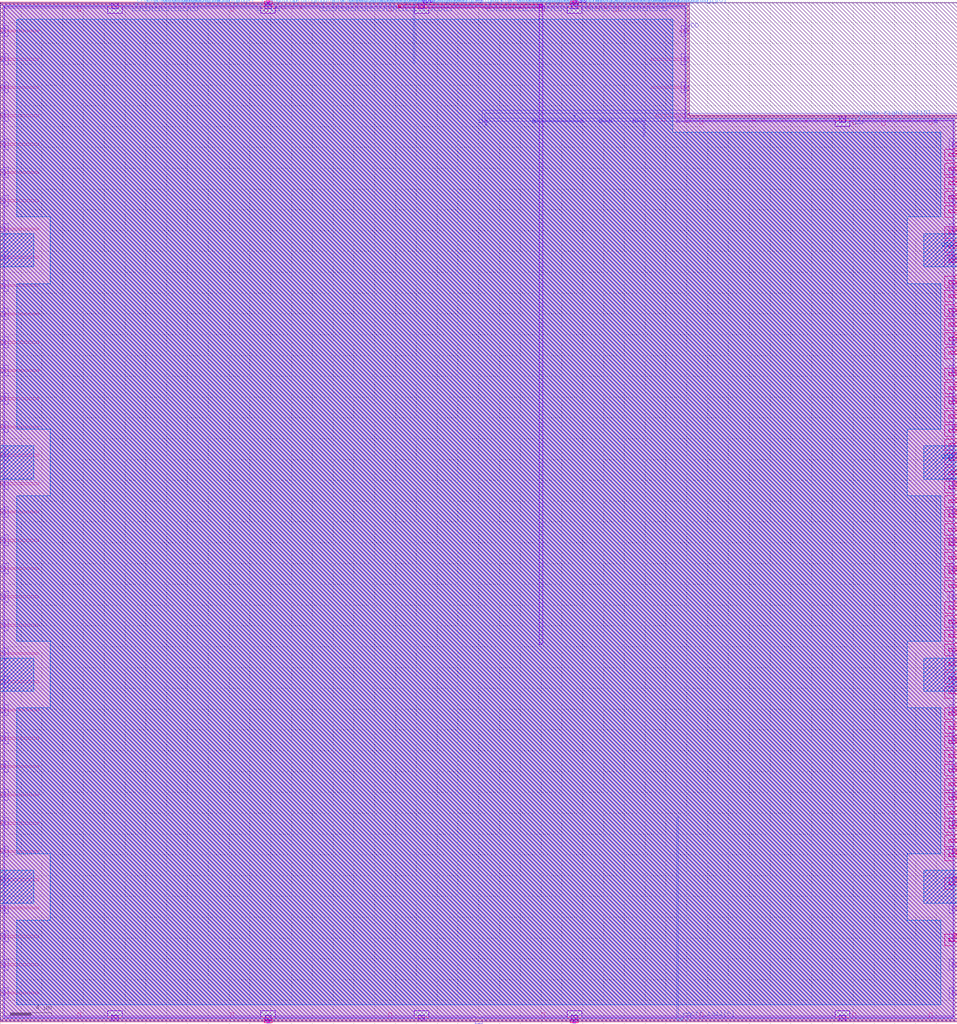
<source format=lef>
VERSION 5.7 ;
BUSBITCHARS "[]" ;

UNITS
  DATABASE MICRONS 1000 ;
END UNITS

MANUFACTURINGGRID 0.005 ;

LAYER li1
  TYPE ROUTING ;
  DIRECTION VERTICAL ;
  PITCH 0.46 ;
  WIDTH 0.17 ;
END li1

LAYER mcon
  TYPE CUT ;
END mcon

LAYER met1
  TYPE ROUTING ;
  DIRECTION HORIZONTAL ;
  PITCH 0.34 ;
  WIDTH 0.14 ;
END met1

LAYER via
  TYPE CUT ;
END via

LAYER met2
  TYPE ROUTING ;
  DIRECTION VERTICAL ;
  PITCH 0.46 ;
  WIDTH 0.14 ;
END met2

LAYER via2
  TYPE CUT ;
END via2

LAYER met3
  TYPE ROUTING ;
  DIRECTION HORIZONTAL ;
  PITCH 0.68 ;
  WIDTH 0.3 ;
END met3

LAYER via3
  TYPE CUT ;
END via3

LAYER met4
  TYPE ROUTING ;
  DIRECTION VERTICAL ;
  PITCH 0.92 ;
  WIDTH 0.3 ;
END met4

LAYER via4
  TYPE CUT ;
END via4

LAYER met5
  TYPE ROUTING ;
  DIRECTION HORIZONTAL ;
  PITCH 3.4 ;
  WIDTH 1.6 ;
END met5

LAYER nwell
  TYPE MASTERSLICE ;
END nwell

LAYER pwell
  TYPE MASTERSLICE ;
END pwell

LAYER OVERLAP
  TYPE OVERLAP ;
END OVERLAP

VIA L1M1_PR
  LAYER li1 ;
    RECT -0.085 -0.085 0.085 0.085 ;
  LAYER mcon ;
    RECT -0.085 -0.085 0.085 0.085 ;
  LAYER met1 ;
    RECT -0.145 -0.115 0.145 0.115 ;
END L1M1_PR

VIA L1M1_PR_R
  LAYER li1 ;
    RECT -0.085 -0.085 0.085 0.085 ;
  LAYER mcon ;
    RECT -0.085 -0.085 0.085 0.085 ;
  LAYER met1 ;
    RECT -0.115 -0.145 0.115 0.145 ;
END L1M1_PR_R

VIA L1M1_PR_M
  LAYER li1 ;
    RECT -0.085 -0.085 0.085 0.085 ;
  LAYER mcon ;
    RECT -0.085 -0.085 0.085 0.085 ;
  LAYER met1 ;
    RECT -0.115 -0.145 0.115 0.145 ;
END L1M1_PR_M

VIA L1M1_PR_MR
  LAYER li1 ;
    RECT -0.085 -0.085 0.085 0.085 ;
  LAYER mcon ;
    RECT -0.085 -0.085 0.085 0.085 ;
  LAYER met1 ;
    RECT -0.145 -0.115 0.145 0.115 ;
END L1M1_PR_MR

VIA L1M1_PR_C
  LAYER li1 ;
    RECT -0.085 -0.085 0.085 0.085 ;
  LAYER mcon ;
    RECT -0.085 -0.085 0.085 0.085 ;
  LAYER met1 ;
    RECT -0.145 -0.145 0.145 0.145 ;
END L1M1_PR_C

VIA M1M2_PR
  LAYER met1 ;
    RECT -0.16 -0.13 0.16 0.13 ;
  LAYER via ;
    RECT -0.075 -0.075 0.075 0.075 ;
  LAYER met2 ;
    RECT -0.13 -0.16 0.13 0.16 ;
END M1M2_PR

VIA M1M2_PR_Enc
  LAYER met1 ;
    RECT -0.16 -0.13 0.16 0.13 ;
  LAYER via ;
    RECT -0.075 -0.075 0.075 0.075 ;
  LAYER met2 ;
    RECT -0.16 -0.13 0.16 0.13 ;
END M1M2_PR_Enc

VIA M1M2_PR_R
  LAYER met1 ;
    RECT -0.13 -0.16 0.13 0.16 ;
  LAYER via ;
    RECT -0.075 -0.075 0.075 0.075 ;
  LAYER met2 ;
    RECT -0.16 -0.13 0.16 0.13 ;
END M1M2_PR_R

VIA M1M2_PR_R_Enc
  LAYER met1 ;
    RECT -0.13 -0.16 0.13 0.16 ;
  LAYER via ;
    RECT -0.075 -0.075 0.075 0.075 ;
  LAYER met2 ;
    RECT -0.13 -0.16 0.13 0.16 ;
END M1M2_PR_R_Enc

VIA M1M2_PR_M
  LAYER met1 ;
    RECT -0.16 -0.13 0.16 0.13 ;
  LAYER via ;
    RECT -0.075 -0.075 0.075 0.075 ;
  LAYER met2 ;
    RECT -0.16 -0.13 0.16 0.13 ;
END M1M2_PR_M

VIA M1M2_PR_M_Enc
  LAYER met1 ;
    RECT -0.16 -0.13 0.16 0.13 ;
  LAYER via ;
    RECT -0.075 -0.075 0.075 0.075 ;
  LAYER met2 ;
    RECT -0.13 -0.16 0.13 0.16 ;
END M1M2_PR_M_Enc

VIA M1M2_PR_MR
  LAYER met1 ;
    RECT -0.13 -0.16 0.13 0.16 ;
  LAYER via ;
    RECT -0.075 -0.075 0.075 0.075 ;
  LAYER met2 ;
    RECT -0.13 -0.16 0.13 0.16 ;
END M1M2_PR_MR

VIA M1M2_PR_MR_Enc
  LAYER met1 ;
    RECT -0.13 -0.16 0.13 0.16 ;
  LAYER via ;
    RECT -0.075 -0.075 0.075 0.075 ;
  LAYER met2 ;
    RECT -0.16 -0.13 0.16 0.13 ;
END M1M2_PR_MR_Enc

VIA M1M2_PR_C
  LAYER met1 ;
    RECT -0.16 -0.16 0.16 0.16 ;
  LAYER via ;
    RECT -0.075 -0.075 0.075 0.075 ;
  LAYER met2 ;
    RECT -0.16 -0.16 0.16 0.16 ;
END M1M2_PR_C

VIA M2M3_PR
  LAYER met2 ;
    RECT -0.14 -0.185 0.14 0.185 ;
  LAYER via2 ;
    RECT -0.1 -0.1 0.1 0.1 ;
  LAYER met3 ;
    RECT -0.165 -0.165 0.165 0.165 ;
END M2M3_PR

VIA M2M3_PR_R
  LAYER met2 ;
    RECT -0.185 -0.14 0.185 0.14 ;
  LAYER via2 ;
    RECT -0.1 -0.1 0.1 0.1 ;
  LAYER met3 ;
    RECT -0.165 -0.165 0.165 0.165 ;
END M2M3_PR_R

VIA M2M3_PR_M
  LAYER met2 ;
    RECT -0.14 -0.185 0.14 0.185 ;
  LAYER via2 ;
    RECT -0.1 -0.1 0.1 0.1 ;
  LAYER met3 ;
    RECT -0.165 -0.165 0.165 0.165 ;
END M2M3_PR_M

VIA M2M3_PR_MR
  LAYER met2 ;
    RECT -0.185 -0.14 0.185 0.14 ;
  LAYER via2 ;
    RECT -0.1 -0.1 0.1 0.1 ;
  LAYER met3 ;
    RECT -0.165 -0.165 0.165 0.165 ;
END M2M3_PR_MR

VIA M2M3_PR_C
  LAYER met2 ;
    RECT -0.185 -0.185 0.185 0.185 ;
  LAYER via2 ;
    RECT -0.1 -0.1 0.1 0.1 ;
  LAYER met3 ;
    RECT -0.165 -0.165 0.165 0.165 ;
END M2M3_PR_C

VIA M3M4_PR
  LAYER met3 ;
    RECT -0.19 -0.16 0.19 0.16 ;
  LAYER via3 ;
    RECT -0.1 -0.1 0.1 0.1 ;
  LAYER met4 ;
    RECT -0.165 -0.165 0.165 0.165 ;
END M3M4_PR

VIA M3M4_PR_R
  LAYER met3 ;
    RECT -0.16 -0.19 0.16 0.19 ;
  LAYER via3 ;
    RECT -0.1 -0.1 0.1 0.1 ;
  LAYER met4 ;
    RECT -0.165 -0.165 0.165 0.165 ;
END M3M4_PR_R

VIA M3M4_PR_M
  LAYER met3 ;
    RECT -0.19 -0.16 0.19 0.16 ;
  LAYER via3 ;
    RECT -0.1 -0.1 0.1 0.1 ;
  LAYER met4 ;
    RECT -0.165 -0.165 0.165 0.165 ;
END M3M4_PR_M

VIA M3M4_PR_MR
  LAYER met3 ;
    RECT -0.16 -0.19 0.16 0.19 ;
  LAYER via3 ;
    RECT -0.1 -0.1 0.1 0.1 ;
  LAYER met4 ;
    RECT -0.165 -0.165 0.165 0.165 ;
END M3M4_PR_MR

VIA M3M4_PR_C
  LAYER met3 ;
    RECT -0.19 -0.19 0.19 0.19 ;
  LAYER via3 ;
    RECT -0.1 -0.1 0.1 0.1 ;
  LAYER met4 ;
    RECT -0.165 -0.165 0.165 0.165 ;
END M3M4_PR_C

VIA M4M5_PR
  LAYER met4 ;
    RECT -0.59 -0.59 0.59 0.59 ;
  LAYER via4 ;
    RECT -0.4 -0.4 0.4 0.4 ;
  LAYER met5 ;
    RECT -0.71 -0.71 0.71 0.71 ;
END M4M5_PR

VIA M4M5_PR_R
  LAYER met4 ;
    RECT -0.59 -0.59 0.59 0.59 ;
  LAYER via4 ;
    RECT -0.4 -0.4 0.4 0.4 ;
  LAYER met5 ;
    RECT -0.71 -0.71 0.71 0.71 ;
END M4M5_PR_R

VIA M4M5_PR_M
  LAYER met4 ;
    RECT -0.59 -0.59 0.59 0.59 ;
  LAYER via4 ;
    RECT -0.4 -0.4 0.4 0.4 ;
  LAYER met5 ;
    RECT -0.71 -0.71 0.71 0.71 ;
END M4M5_PR_M

VIA M4M5_PR_MR
  LAYER met4 ;
    RECT -0.59 -0.59 0.59 0.59 ;
  LAYER via4 ;
    RECT -0.4 -0.4 0.4 0.4 ;
  LAYER met5 ;
    RECT -0.71 -0.71 0.71 0.71 ;
END M4M5_PR_MR

VIA M4M5_PR_C
  LAYER met4 ;
    RECT -0.59 -0.59 0.59 0.59 ;
  LAYER via4 ;
    RECT -0.4 -0.4 0.4 0.4 ;
  LAYER met5 ;
    RECT -0.71 -0.71 0.71 0.71 ;
END M4M5_PR_C

SITE unit
  CLASS CORE ;
  SYMMETRY Y ;
  SIZE 0.46 BY 2.72 ;
END unit

SITE unithddbl
  CLASS CORE ;
  SIZE 0.46 BY 5.44 ;
END unithddbl

MACRO sb_0__0_
  CLASS BLOCK ;
  ORIGIN 0 0 ;
  SIZE 92 BY 97.92 ;
  SYMMETRY X Y ;
  PIN chany_top_in[0]
    DIRECTION INPUT ;
    USE SIGNAL ;
    PORT
      LAYER met2 ;
        RECT 48 97.435 48.14 97.92 ;
    END
  END chany_top_in[0]
  PIN chany_top_in[1]
    DIRECTION INPUT ;
    USE SIGNAL ;
    PORT
      LAYER met2 ;
        RECT 54.44 97.435 54.58 97.92 ;
    END
  END chany_top_in[1]
  PIN chany_top_in[2]
    DIRECTION INPUT ;
    USE SIGNAL ;
    PORT
      LAYER met2 ;
        RECT 47.08 97.435 47.22 97.92 ;
    END
  END chany_top_in[2]
  PIN chany_top_in[3]
    DIRECTION INPUT ;
    USE SIGNAL ;
    PORT
      LAYER met2 ;
        RECT 60.88 97.435 61.02 97.92 ;
    END
  END chany_top_in[3]
  PIN chany_top_in[4]
    DIRECTION INPUT ;
    USE SIGNAL ;
    PORT
      LAYER met2 ;
        RECT 50.76 97.435 50.9 97.92 ;
    END
  END chany_top_in[4]
  PIN chany_top_in[5]
    DIRECTION INPUT ;
    USE SIGNAL ;
    PORT
      LAYER met2 ;
        RECT 42.02 97.435 42.16 97.92 ;
    END
  END chany_top_in[5]
  PIN chany_top_in[6]
    DIRECTION INPUT ;
    USE SIGNAL ;
    PORT
      LAYER met2 ;
        RECT 31.9 97.435 32.04 97.92 ;
    END
  END chany_top_in[6]
  PIN chany_top_in[7]
    DIRECTION INPUT ;
    USE SIGNAL ;
    PORT
      LAYER met2 ;
        RECT 42.94 97.435 43.08 97.92 ;
    END
  END chany_top_in[7]
  PIN chany_top_in[8]
    DIRECTION INPUT ;
    USE SIGNAL ;
    PORT
      LAYER met2 ;
        RECT 13.04 97.435 13.18 97.92 ;
    END
  END chany_top_in[8]
  PIN chany_top_in[9]
    DIRECTION INPUT ;
    USE SIGNAL ;
    PORT
      LAYER met2 ;
        RECT 18.56 97.435 18.7 97.92 ;
    END
  END chany_top_in[9]
  PIN chany_top_in[10]
    DIRECTION INPUT ;
    USE SIGNAL ;
    PORT
      LAYER met2 ;
        RECT 49.84 97.435 49.98 97.92 ;
    END
  END chany_top_in[10]
  PIN chany_top_in[11]
    DIRECTION INPUT ;
    USE SIGNAL ;
    PORT
      LAYER met2 ;
        RECT 52.6 97.435 52.74 97.92 ;
    END
  END chany_top_in[11]
  PIN chany_top_in[12]
    DIRECTION INPUT ;
    USE SIGNAL ;
    PORT
      LAYER met2 ;
        RECT 59.04 97.435 59.18 97.92 ;
    END
  END chany_top_in[12]
  PIN chany_top_in[13]
    DIRECTION INPUT ;
    USE SIGNAL ;
    PORT
      LAYER met2 ;
        RECT 41.1 97.435 41.24 97.92 ;
    END
  END chany_top_in[13]
  PIN chany_top_in[14]
    DIRECTION INPUT ;
    USE SIGNAL ;
    PORT
      LAYER met2 ;
        RECT 32.82 97.435 32.96 97.92 ;
    END
  END chany_top_in[14]
  PIN chany_top_in[15]
    DIRECTION INPUT ;
    USE SIGNAL ;
    PORT
      LAYER met2 ;
        RECT 17.64 97.435 17.78 97.92 ;
    END
  END chany_top_in[15]
  PIN chany_top_in[16]
    DIRECTION INPUT ;
    USE SIGNAL ;
    PORT
      LAYER met2 ;
        RECT 25 97.435 25.14 97.92 ;
    END
  END chany_top_in[16]
  PIN chany_top_in[17]
    DIRECTION INPUT ;
    USE SIGNAL ;
    PORT
      LAYER met2 ;
        RECT 30.98 97.435 31.12 97.92 ;
    END
  END chany_top_in[17]
  PIN chany_top_in[18]
    DIRECTION INPUT ;
    USE SIGNAL ;
    PORT
      LAYER met2 ;
        RECT 63.64 97.435 63.78 97.92 ;
    END
  END chany_top_in[18]
  PIN chany_top_in[19]
    DIRECTION INPUT ;
    USE SIGNAL ;
    PORT
      LAYER met2 ;
        RECT 48.92 97.435 49.06 97.92 ;
    END
  END chany_top_in[19]
  PIN top_left_grid_pin_1_[0]
    DIRECTION INPUT ;
    USE SIGNAL ;
    PORT
      LAYER met2 ;
        RECT 26.38 97.435 26.52 97.92 ;
    END
  END top_left_grid_pin_1_[0]
  PIN chanx_right_in[0]
    DIRECTION INPUT ;
    USE SIGNAL ;
    PORT
      LAYER met3 ;
        RECT 91.2 66.83 92 67.13 ;
    END
  END chanx_right_in[0]
  PIN chanx_right_in[1]
    DIRECTION INPUT ;
    USE SIGNAL ;
    PORT
      LAYER met3 ;
        RECT 91.2 77.71 92 78.01 ;
    END
  END chanx_right_in[1]
  PIN chanx_right_in[2]
    DIRECTION INPUT ;
    USE SIGNAL ;
    PORT
      LAYER met3 ;
        RECT 91.2 75.67 92 75.97 ;
    END
  END chanx_right_in[2]
  PIN chanx_right_in[3]
    DIRECTION INPUT ;
    USE SIGNAL ;
    PORT
      LAYER met3 ;
        RECT 91.2 59.35 92 59.65 ;
    END
  END chanx_right_in[3]
  PIN chanx_right_in[4]
    DIRECTION INPUT ;
    USE SIGNAL ;
    PORT
      LAYER met3 ;
        RECT 91.2 57.99 92 58.29 ;
    END
  END chanx_right_in[4]
  PIN chanx_right_in[5]
    DIRECTION INPUT ;
    USE SIGNAL ;
    PORT
      LAYER met3 ;
        RECT 91.2 79.07 92 79.37 ;
    END
  END chanx_right_in[5]
  PIN chanx_right_in[6]
    DIRECTION INPUT ;
    USE SIGNAL ;
    PORT
      LAYER met3 ;
        RECT 91.2 48.47 92 48.77 ;
    END
  END chanx_right_in[6]
  PIN chanx_right_in[7]
    DIRECTION INPUT ;
    USE SIGNAL ;
    PORT
      LAYER met3 ;
        RECT 91.2 60.71 92 61.01 ;
    END
  END chanx_right_in[7]
  PIN chanx_right_in[8]
    DIRECTION INPUT ;
    USE SIGNAL ;
    PORT
      LAYER met3 ;
        RECT 91.2 25.35 92 25.65 ;
    END
  END chanx_right_in[8]
  PIN chanx_right_in[9]
    DIRECTION INPUT ;
    USE SIGNAL ;
    PORT
      LAYER met3 ;
        RECT 91.2 22.63 92 22.93 ;
    END
  END chanx_right_in[9]
  PIN chanx_right_in[10]
    DIRECTION INPUT ;
    USE SIGNAL ;
    PORT
      LAYER met3 ;
        RECT 91.2 43.03 92 43.33 ;
    END
  END chanx_right_in[10]
  PIN chanx_right_in[11]
    DIRECTION INPUT ;
    USE SIGNAL ;
    PORT
      LAYER met3 ;
        RECT 91.2 39.63 92 39.93 ;
    END
  END chanx_right_in[11]
  PIN chanx_right_in[12]
    DIRECTION INPUT ;
    USE SIGNAL ;
    PORT
      LAYER met3 ;
        RECT 91.2 29.43 92 29.73 ;
    END
  END chanx_right_in[12]
  PIN chanx_right_in[13]
    DIRECTION INPUT ;
    USE SIGNAL ;
    PORT
      LAYER met3 ;
        RECT 91.2 44.39 92 44.69 ;
    END
  END chanx_right_in[13]
  PIN chanx_right_in[14]
    DIRECTION INPUT ;
    USE SIGNAL ;
    PORT
      LAYER met3 ;
        RECT 91.2 26.71 92 27.01 ;
    END
  END chanx_right_in[14]
  PIN chanx_right_in[15]
    DIRECTION INPUT ;
    USE SIGNAL ;
    PORT
      LAYER met3 ;
        RECT 91.2 49.83 92 50.13 ;
    END
  END chanx_right_in[15]
  PIN chanx_right_in[16]
    DIRECTION INPUT ;
    USE SIGNAL ;
    PORT
      LAYER met3 ;
        RECT 91.2 28.07 92 28.37 ;
    END
  END chanx_right_in[16]
  PIN chanx_right_in[17]
    DIRECTION INPUT ;
    USE SIGNAL ;
    PORT
      LAYER met3 ;
        RECT 91.2 13.11 92 13.41 ;
    END
  END chanx_right_in[17]
  PIN chanx_right_in[18]
    DIRECTION INPUT ;
    USE SIGNAL ;
    PORT
      LAYER met3 ;
        RECT 91.2 41.67 92 41.97 ;
    END
  END chanx_right_in[18]
  PIN chanx_right_in[19]
    DIRECTION INPUT ;
    USE SIGNAL ;
    PORT
      LAYER met2 ;
        RECT 82.5 86.555 82.64 87.04 ;
    END
  END chanx_right_in[19]
  PIN right_bottom_grid_pin_1_[0]
    DIRECTION INPUT ;
    USE SIGNAL ;
    PORT
      LAYER met3 ;
        RECT 91.2 53.91 92 54.21 ;
    END
  END right_bottom_grid_pin_1_[0]
  PIN right_bottom_grid_pin_3_[0]
    DIRECTION INPUT ;
    USE SIGNAL ;
    PORT
      LAYER met3 ;
        RECT 91.2 72.95 92 73.25 ;
    END
  END right_bottom_grid_pin_3_[0]
  PIN right_bottom_grid_pin_5_[0]
    DIRECTION INPUT ;
    USE SIGNAL ;
    PORT
      LAYER met3 ;
        RECT 91.2 70.91 92 71.21 ;
    END
  END right_bottom_grid_pin_5_[0]
  PIN right_bottom_grid_pin_7_[0]
    DIRECTION INPUT ;
    USE SIGNAL ;
    PORT
      LAYER met3 ;
        RECT 91.2 32.83 92 33.13 ;
    END
  END right_bottom_grid_pin_7_[0]
  PIN right_bottom_grid_pin_9_[0]
    DIRECTION INPUT ;
    USE SIGNAL ;
    PORT
      LAYER met3 ;
        RECT 91.2 18.55 92 18.85 ;
    END
  END right_bottom_grid_pin_9_[0]
  PIN right_bottom_grid_pin_11_[0]
    DIRECTION INPUT ;
    USE SIGNAL ;
    PORT
      LAYER met3 ;
        RECT 91.2 56.63 92 56.93 ;
    END
  END right_bottom_grid_pin_11_[0]
  PIN right_bottom_grid_pin_13_[0]
    DIRECTION INPUT ;
    USE SIGNAL ;
    PORT
      LAYER met3 ;
        RECT 91.2 19.91 92 20.21 ;
    END
  END right_bottom_grid_pin_13_[0]
  PIN right_bottom_grid_pin_15_[0]
    DIRECTION INPUT ;
    USE SIGNAL ;
    PORT
      LAYER met3 ;
        RECT 91.2 17.19 92 17.49 ;
    END
  END right_bottom_grid_pin_15_[0]
  PIN right_bottom_grid_pin_17_[0]
    DIRECTION INPUT ;
    USE SIGNAL ;
    PORT
      LAYER met3 ;
        RECT 91.2 21.27 92 21.57 ;
    END
  END right_bottom_grid_pin_17_[0]
  PIN ccff_head[0]
    DIRECTION INPUT ;
    USE SIGNAL ;
    PORT
      LAYER met3 ;
        RECT 91.2 51.19 92 51.49 ;
    END
  END ccff_head[0]
  PIN chany_top_out[0]
    DIRECTION OUTPUT ;
    USE SIGNAL ;
    PORT
      LAYER met2 ;
        RECT 62.72 97.435 62.86 97.92 ;
    END
  END chany_top_out[0]
  PIN chany_top_out[1]
    DIRECTION OUTPUT ;
    USE SIGNAL ;
    PORT
      LAYER met2 ;
        RECT 40.18 97.435 40.32 97.92 ;
    END
  END chany_top_out[1]
  PIN chany_top_out[2]
    DIRECTION OUTPUT ;
    USE SIGNAL ;
    PORT
      LAYER met2 ;
        RECT 51.68 97.435 51.82 97.92 ;
    END
  END chany_top_out[2]
  PIN chany_top_out[3]
    DIRECTION OUTPUT ;
    USE SIGNAL ;
    PORT
      LAYER met2 ;
        RECT 56.28 97.435 56.42 97.92 ;
    END
  END chany_top_out[3]
  PIN chany_top_out[4]
    DIRECTION OUTPUT ;
    USE SIGNAL ;
    PORT
      LAYER met2 ;
        RECT 53.52 97.435 53.66 97.92 ;
    END
  END chany_top_out[4]
  PIN chany_top_out[5]
    DIRECTION OUTPUT ;
    USE SIGNAL ;
    PORT
      LAYER met2 ;
        RECT 34.66 97.435 34.8 97.92 ;
    END
  END chany_top_out[5]
  PIN chany_top_out[6]
    DIRECTION OUTPUT ;
    USE SIGNAL ;
    PORT
      LAYER met2 ;
        RECT 13.96 97.435 14.1 97.92 ;
    END
  END chany_top_out[6]
  PIN chany_top_out[7]
    DIRECTION OUTPUT ;
    USE SIGNAL ;
    PORT
      LAYER met2 ;
        RECT 16.72 97.435 16.86 97.92 ;
    END
  END chany_top_out[7]
  PIN chany_top_out[8]
    DIRECTION OUTPUT ;
    USE SIGNAL ;
    PORT
      LAYER met2 ;
        RECT 39.26 97.435 39.4 97.92 ;
    END
  END chany_top_out[8]
  PIN chany_top_out[9]
    DIRECTION OUTPUT ;
    USE SIGNAL ;
    PORT
      LAYER met2 ;
        RECT 35.58 97.435 35.72 97.92 ;
    END
  END chany_top_out[9]
  PIN chany_top_out[10]
    DIRECTION OUTPUT ;
    USE SIGNAL ;
    PORT
      LAYER met2 ;
        RECT 61.8 97.435 61.94 97.92 ;
    END
  END chany_top_out[10]
  PIN chany_top_out[11]
    DIRECTION OUTPUT ;
    USE SIGNAL ;
    PORT
      LAYER met2 ;
        RECT 58.12 97.435 58.26 97.92 ;
    END
  END chany_top_out[11]
  PIN chany_top_out[12]
    DIRECTION OUTPUT ;
    USE SIGNAL ;
    PORT
      LAYER met2 ;
        RECT 33.74 97.435 33.88 97.92 ;
    END
  END chany_top_out[12]
  PIN chany_top_out[13]
    DIRECTION OUTPUT ;
    USE SIGNAL ;
    PORT
      LAYER met2 ;
        RECT 38.34 97.435 38.48 97.92 ;
    END
  END chany_top_out[13]
  PIN chany_top_out[14]
    DIRECTION OUTPUT ;
    USE SIGNAL ;
    PORT
      LAYER met2 ;
        RECT 14.88 97.435 15.02 97.92 ;
    END
  END chany_top_out[14]
  PIN chany_top_out[15]
    DIRECTION OUTPUT ;
    USE SIGNAL ;
    PORT
      LAYER met2 ;
        RECT 36.5 97.435 36.64 97.92 ;
    END
  END chany_top_out[15]
  PIN chany_top_out[16]
    DIRECTION OUTPUT ;
    USE SIGNAL ;
    PORT
      LAYER met2 ;
        RECT 59.96 97.435 60.1 97.92 ;
    END
  END chany_top_out[16]
  PIN chany_top_out[17]
    DIRECTION OUTPUT ;
    USE SIGNAL ;
    PORT
      LAYER met2 ;
        RECT 15.8 97.435 15.94 97.92 ;
    END
  END chany_top_out[17]
  PIN chany_top_out[18]
    DIRECTION OUTPUT ;
    USE SIGNAL ;
    PORT
      LAYER met2 ;
        RECT 37.42 97.435 37.56 97.92 ;
    END
  END chany_top_out[18]
  PIN chany_top_out[19]
    DIRECTION OUTPUT ;
    USE SIGNAL ;
    PORT
      LAYER met2 ;
        RECT 57.2 97.435 57.34 97.92 ;
    END
  END chany_top_out[19]
  PIN chanx_right_out[0]
    DIRECTION OUTPUT ;
    USE SIGNAL ;
    PORT
      LAYER met3 ;
        RECT 91.2 69.55 92 69.85 ;
    END
  END chanx_right_out[0]
  PIN chanx_right_out[1]
    DIRECTION OUTPUT ;
    USE SIGNAL ;
    PORT
      LAYER met3 ;
        RECT 91.2 52.55 92 52.85 ;
    END
  END chanx_right_out[1]
  PIN chanx_right_out[2]
    DIRECTION OUTPUT ;
    USE SIGNAL ;
    PORT
      LAYER met3 ;
        RECT 91.2 47.11 92 47.41 ;
    END
  END chanx_right_out[2]
  PIN chanx_right_out[3]
    DIRECTION OUTPUT ;
    USE SIGNAL ;
    PORT
      LAYER met3 ;
        RECT 91.2 65.47 92 65.77 ;
    END
  END chanx_right_out[3]
  PIN chanx_right_out[4]
    DIRECTION OUTPUT ;
    USE SIGNAL ;
    PORT
      LAYER met3 ;
        RECT 91.2 36.91 92 37.21 ;
    END
  END chanx_right_out[4]
  PIN chanx_right_out[5]
    DIRECTION OUTPUT ;
    USE SIGNAL ;
    PORT
      LAYER met3 ;
        RECT 91.2 15.83 92 16.13 ;
    END
  END chanx_right_out[5]
  PIN chanx_right_out[6]
    DIRECTION OUTPUT ;
    USE SIGNAL ;
    PORT
      LAYER met3 ;
        RECT 91.2 68.19 92 68.49 ;
    END
  END chanx_right_out[6]
  PIN chanx_right_out[7]
    DIRECTION OUTPUT ;
    USE SIGNAL ;
    PORT
      LAYER met3 ;
        RECT 91.2 62.07 92 62.37 ;
    END
  END chanx_right_out[7]
  PIN chanx_right_out[8]
    DIRECTION OUTPUT ;
    USE SIGNAL ;
    PORT
      LAYER met3 ;
        RECT 91.2 55.27 92 55.57 ;
    END
  END chanx_right_out[8]
  PIN chanx_right_out[9]
    DIRECTION OUTPUT ;
    USE SIGNAL ;
    PORT
      LAYER met3 ;
        RECT 91.2 74.31 92 74.61 ;
    END
  END chanx_right_out[9]
  PIN chanx_right_out[10]
    DIRECTION OUTPUT ;
    USE SIGNAL ;
    PORT
      LAYER met3 ;
        RECT 91.2 31.47 92 31.77 ;
    END
  END chanx_right_out[10]
  PIN chanx_right_out[11]
    DIRECTION OUTPUT ;
    USE SIGNAL ;
    PORT
      LAYER met3 ;
        RECT 91.2 23.99 92 24.29 ;
    END
  END chanx_right_out[11]
  PIN chanx_right_out[12]
    DIRECTION OUTPUT ;
    USE SIGNAL ;
    PORT
      LAYER met3 ;
        RECT 91.2 64.11 92 64.41 ;
    END
  END chanx_right_out[12]
  PIN chanx_right_out[13]
    DIRECTION OUTPUT ;
    USE SIGNAL ;
    PORT
      LAYER met3 ;
        RECT 91.2 81.79 92 82.09 ;
    END
  END chanx_right_out[13]
  PIN chanx_right_out[14]
    DIRECTION OUTPUT ;
    USE SIGNAL ;
    PORT
      LAYER met3 ;
        RECT 91.2 80.43 92 80.73 ;
    END
  END chanx_right_out[14]
  PIN chanx_right_out[15]
    DIRECTION OUTPUT ;
    USE SIGNAL ;
    PORT
      LAYER met3 ;
        RECT 91.2 83.15 92 83.45 ;
    END
  END chanx_right_out[15]
  PIN chanx_right_out[16]
    DIRECTION OUTPUT ;
    USE SIGNAL ;
    PORT
      LAYER met3 ;
        RECT 91.2 35.55 92 35.85 ;
    END
  END chanx_right_out[16]
  PIN chanx_right_out[17]
    DIRECTION OUTPUT ;
    USE SIGNAL ;
    PORT
      LAYER met3 ;
        RECT 91.2 45.75 92 46.05 ;
    END
  END chanx_right_out[17]
  PIN chanx_right_out[18]
    DIRECTION OUTPUT ;
    USE SIGNAL ;
    PORT
      LAYER met3 ;
        RECT 91.2 38.27 92 38.57 ;
    END
  END chanx_right_out[18]
  PIN chanx_right_out[19]
    DIRECTION OUTPUT ;
    USE SIGNAL ;
    PORT
      LAYER met3 ;
        RECT 91.2 34.19 92 34.49 ;
    END
  END chanx_right_out[19]
  PIN ccff_tail[0]
    DIRECTION OUTPUT ;
    USE SIGNAL ;
    PORT
      LAYER met2 ;
        RECT 65.94 0 66.08 0.485 ;
    END
  END ccff_tail[0]
  PIN prog_clk_0_E_in
    DIRECTION INPUT ;
    USE CLOCK ;
    PORT
      LAYER met3 ;
        RECT 91.2 7.67 92 7.97 ;
    END
  END prog_clk_0_E_in
  PIN VDD
    DIRECTION INPUT ;
    USE POWER ;
    PORT
      LAYER met5 ;
        RECT 0 11.32 3.2 14.52 ;
        RECT 88.8 11.32 92 14.52 ;
        RECT 0 52.12 3.2 55.32 ;
        RECT 88.8 52.12 92 55.32 ;
      LAYER met4 ;
        RECT 10.74 0 11.34 0.6 ;
        RECT 40.18 0 40.78 0.6 ;
        RECT 80.66 0 81.26 0.6 ;
        RECT 80.66 86.44 81.26 87.04 ;
        RECT 10.74 97.32 11.34 97.92 ;
        RECT 40.18 97.32 40.78 97.92 ;
      LAYER met1 ;
        RECT 0 2.48 0.48 2.96 ;
        RECT 91.52 2.48 92 2.96 ;
        RECT 0 7.92 0.48 8.4 ;
        RECT 91.52 7.92 92 8.4 ;
        RECT 0 13.36 0.48 13.84 ;
        RECT 91.52 13.36 92 13.84 ;
        RECT 0 18.8 0.48 19.28 ;
        RECT 91.52 18.8 92 19.28 ;
        RECT 0 24.24 0.48 24.72 ;
        RECT 91.52 24.24 92 24.72 ;
        RECT 0 29.68 0.48 30.16 ;
        RECT 91.52 29.68 92 30.16 ;
        RECT 0 35.12 0.48 35.6 ;
        RECT 91.52 35.12 92 35.6 ;
        RECT 0 40.56 0.48 41.04 ;
        RECT 91.52 40.56 92 41.04 ;
        RECT 0 46 0.48 46.48 ;
        RECT 91.52 46 92 46.48 ;
        RECT 0 51.44 0.48 51.92 ;
        RECT 91.52 51.44 92 51.92 ;
        RECT 0 56.88 0.48 57.36 ;
        RECT 91.52 56.88 92 57.36 ;
        RECT 0 62.32 0.48 62.8 ;
        RECT 91.52 62.32 92 62.8 ;
        RECT 0 67.76 0.48 68.24 ;
        RECT 91.52 67.76 92 68.24 ;
        RECT 0 73.2 0.48 73.68 ;
        RECT 91.52 73.2 92 73.68 ;
        RECT 0 78.64 0.48 79.12 ;
        RECT 91.52 78.64 92 79.12 ;
        RECT 0 84.08 0.48 84.56 ;
        RECT 91.52 84.08 92 84.56 ;
        RECT 0 89.52 0.48 90 ;
        RECT 65.76 89.52 66.24 90 ;
        RECT 0 94.96 0.48 95.44 ;
        RECT 65.76 94.96 66.24 95.44 ;
    END
  END VDD
  PIN VSS
    DIRECTION INPUT ;
    USE GROUND ;
    PORT
      LAYER met4 ;
        RECT 25.46 0 26.06 0.6 ;
        RECT 54.9 0 55.5 0.6 ;
        RECT 25.46 97.32 26.06 97.92 ;
        RECT 54.9 97.32 55.5 97.92 ;
      LAYER met5 ;
        RECT 0 31.72 3.2 34.92 ;
        RECT 88.8 31.72 92 34.92 ;
        RECT 0 72.52 3.2 75.72 ;
        RECT 88.8 72.52 92 75.72 ;
      LAYER met1 ;
        RECT 0 0 45.4 0.24 ;
        RECT 46.6 0 92 0.24 ;
        RECT 0 5.2 0.48 5.68 ;
        RECT 91.52 5.2 92 5.68 ;
        RECT 0 10.64 0.48 11.12 ;
        RECT 91.52 10.64 92 11.12 ;
        RECT 0 16.08 0.48 16.56 ;
        RECT 91.52 16.08 92 16.56 ;
        RECT 0 21.52 0.48 22 ;
        RECT 91.52 21.52 92 22 ;
        RECT 0 26.96 0.48 27.44 ;
        RECT 91.52 26.96 92 27.44 ;
        RECT 0 32.4 0.48 32.88 ;
        RECT 91.52 32.4 92 32.88 ;
        RECT 0 37.84 0.48 38.32 ;
        RECT 91.52 37.84 92 38.32 ;
        RECT 0 43.28 0.48 43.76 ;
        RECT 91.52 43.28 92 43.76 ;
        RECT 0 48.72 0.48 49.2 ;
        RECT 91.52 48.72 92 49.2 ;
        RECT 0 54.16 0.48 54.64 ;
        RECT 91.52 54.16 92 54.64 ;
        RECT 0 59.6 0.48 60.08 ;
        RECT 91.52 59.6 92 60.08 ;
        RECT 0 65.04 0.48 65.52 ;
        RECT 91.52 65.04 92 65.52 ;
        RECT 0 70.48 0.48 70.96 ;
        RECT 91.52 70.48 92 70.96 ;
        RECT 0 75.92 0.48 76.4 ;
        RECT 91.52 75.92 92 76.4 ;
        RECT 0 81.36 0.48 81.84 ;
        RECT 91.52 81.36 92 81.84 ;
        RECT 0 86.8 0.48 87.28 ;
        RECT 46.6 86.8 92 87.28 ;
        RECT 0 92.24 0.48 92.72 ;
        RECT 65.76 92.24 66.24 92.72 ;
        RECT 0 97.68 45.4 97.92 ;
        RECT 46.6 97.68 66.24 97.92 ;
    END
  END VSS
  OBS
    LAYER met2 ;
      RECT 55.06 97.735 55.34 98.105 ;
      RECT 25.62 97.735 25.9 98.105 ;
      POLYGON 39.9 97.82 39.9 97.68 39.86 97.68 39.86 92.07 39.72 92.07 39.72 97.82 ;
      POLYGON 65.16 19.62 65.16 0.24 65.66 0.24 65.66 0.1 65.02 0.1 65.02 19.62 ;
      RECT 55.06 -0.185 55.34 0.185 ;
      RECT 25.62 -0.185 25.9 0.185 ;
      POLYGON 65.96 97.64 65.96 86.76 82.22 86.76 82.22 86.275 82.92 86.275 82.92 86.76 91.72 86.76 91.72 0.28 66.36 0.28 66.36 0.765 65.66 0.765 65.66 0.28 0.28 0.28 0.28 97.64 12.76 97.64 12.76 97.155 13.46 97.155 13.46 97.64 13.68 97.64 13.68 97.155 14.38 97.155 14.38 97.64 14.6 97.64 14.6 97.155 15.3 97.155 15.3 97.64 15.52 97.64 15.52 97.155 16.22 97.155 16.22 97.64 16.44 97.64 16.44 97.155 17.14 97.155 17.14 97.64 17.36 97.64 17.36 97.155 18.06 97.155 18.06 97.64 18.28 97.64 18.28 97.155 18.98 97.155 18.98 97.64 24.72 97.64 24.72 97.155 25.42 97.155 25.42 97.64 26.1 97.64 26.1 97.155 26.8 97.155 26.8 97.64 30.7 97.64 30.7 97.155 31.4 97.155 31.4 97.64 31.62 97.64 31.62 97.155 32.32 97.155 32.32 97.64 32.54 97.64 32.54 97.155 33.24 97.155 33.24 97.64 33.46 97.64 33.46 97.155 34.16 97.155 34.16 97.64 34.38 97.64 34.38 97.155 35.08 97.155 35.08 97.64 35.3 97.64 35.3 97.155 36 97.155 36 97.64 36.22 97.64 36.22 97.155 36.92 97.155 36.92 97.64 37.14 97.64 37.14 97.155 37.84 97.155 37.84 97.64 38.06 97.64 38.06 97.155 38.76 97.155 38.76 97.64 38.98 97.64 38.98 97.155 39.68 97.155 39.68 97.64 39.9 97.64 39.9 97.155 40.6 97.155 40.6 97.64 40.82 97.64 40.82 97.155 41.52 97.155 41.52 97.64 41.74 97.64 41.74 97.155 42.44 97.155 42.44 97.64 42.66 97.64 42.66 97.155 43.36 97.155 43.36 97.64 46.8 97.64 46.8 97.155 47.5 97.155 47.5 97.64 47.72 97.64 47.72 97.155 48.42 97.155 48.42 97.64 48.64 97.64 48.64 97.155 49.34 97.155 49.34 97.64 49.56 97.64 49.56 97.155 50.26 97.155 50.26 97.64 50.48 97.64 50.48 97.155 51.18 97.155 51.18 97.64 51.4 97.64 51.4 97.155 52.1 97.155 52.1 97.64 52.32 97.64 52.32 97.155 53.02 97.155 53.02 97.64 53.24 97.64 53.24 97.155 53.94 97.155 53.94 97.64 54.16 97.64 54.16 97.155 54.86 97.155 54.86 97.64 56 97.64 56 97.155 56.7 97.155 56.7 97.64 56.92 97.64 56.92 97.155 57.62 97.155 57.62 97.64 57.84 97.64 57.84 97.155 58.54 97.155 58.54 97.64 58.76 97.64 58.76 97.155 59.46 97.155 59.46 97.64 59.68 97.64 59.68 97.155 60.38 97.155 60.38 97.64 60.6 97.64 60.6 97.155 61.3 97.155 61.3 97.64 61.52 97.64 61.52 97.155 62.22 97.155 62.22 97.64 62.44 97.64 62.44 97.155 63.14 97.155 63.14 97.64 63.36 97.64 63.36 97.155 64.06 97.155 64.06 97.64 ;
    LAYER met3 ;
      POLYGON 55.365 98.085 55.365 98.08 55.58 98.08 55.58 97.76 55.365 97.76 55.365 97.755 55.035 97.755 55.035 97.76 54.82 97.76 54.82 98.08 55.035 98.08 55.035 98.085 ;
      POLYGON 25.925 98.085 25.925 98.08 26.14 98.08 26.14 97.76 25.925 97.76 25.925 97.755 25.595 97.755 25.595 97.76 25.38 97.76 25.38 98.08 25.595 98.08 25.595 98.085 ;
      POLYGON 38.575 97.745 38.575 97.73 51.79 97.73 51.79 97.74 52.17 97.74 52.17 97.42 51.79 97.42 51.79 97.43 38.575 97.43 38.575 97.415 38.245 97.415 38.245 97.745 ;
      POLYGON 55.365 0.165 55.365 0.16 55.58 0.16 55.58 -0.16 55.365 -0.16 55.365 -0.165 55.035 -0.165 55.035 -0.16 54.82 -0.16 54.82 0.16 55.035 0.16 55.035 0.165 ;
      POLYGON 25.925 0.165 25.925 0.16 26.14 0.16 26.14 -0.16 25.925 -0.16 25.925 -0.165 25.595 -0.165 25.595 -0.16 25.38 -0.16 25.38 0.16 25.595 0.16 25.595 0.165 ;
      POLYGON 65.84 97.52 65.84 86.64 91.6 86.64 91.6 83.85 90.8 83.85 90.8 82.75 91.6 82.75 91.6 82.49 90.8 82.49 90.8 81.39 91.6 81.39 91.6 81.13 90.8 81.13 90.8 80.03 91.6 80.03 91.6 79.77 90.8 79.77 90.8 78.67 91.6 78.67 91.6 78.41 90.8 78.41 90.8 77.31 91.6 77.31 91.6 76.37 90.8 76.37 90.8 75.27 91.6 75.27 91.6 75.01 90.8 75.01 90.8 73.91 91.6 73.91 91.6 73.65 90.8 73.65 90.8 72.55 91.6 72.55 91.6 71.61 90.8 71.61 90.8 70.51 91.6 70.51 91.6 70.25 90.8 70.25 90.8 69.15 91.6 69.15 91.6 68.89 90.8 68.89 90.8 67.79 91.6 67.79 91.6 67.53 90.8 67.53 90.8 66.43 91.6 66.43 91.6 66.17 90.8 66.17 90.8 65.07 91.6 65.07 91.6 64.81 90.8 64.81 90.8 63.71 91.6 63.71 91.6 62.77 90.8 62.77 90.8 61.67 91.6 61.67 91.6 61.41 90.8 61.41 90.8 60.31 91.6 60.31 91.6 60.05 90.8 60.05 90.8 58.95 91.6 58.95 91.6 58.69 90.8 58.69 90.8 57.59 91.6 57.59 91.6 57.33 90.8 57.33 90.8 56.23 91.6 56.23 91.6 55.97 90.8 55.97 90.8 54.87 91.6 54.87 91.6 54.61 90.8 54.61 90.8 53.51 91.6 53.51 91.6 53.25 90.8 53.25 90.8 52.15 91.6 52.15 91.6 51.89 90.8 51.89 90.8 50.79 91.6 50.79 91.6 50.53 90.8 50.53 90.8 49.43 91.6 49.43 91.6 49.17 90.8 49.17 90.8 48.07 91.6 48.07 91.6 47.81 90.8 47.81 90.8 46.71 91.6 46.71 91.6 46.45 90.8 46.45 90.8 45.35 91.6 45.35 91.6 45.09 90.8 45.09 90.8 43.99 91.6 43.99 91.6 43.73 90.8 43.73 90.8 42.63 91.6 42.63 91.6 42.37 90.8 42.37 90.8 41.27 91.6 41.27 91.6 40.33 90.8 40.33 90.8 39.23 91.6 39.23 91.6 38.97 90.8 38.97 90.8 37.87 91.6 37.87 91.6 37.61 90.8 37.61 90.8 36.51 91.6 36.51 91.6 36.25 90.8 36.25 90.8 35.15 91.6 35.15 91.6 34.89 90.8 34.89 90.8 33.79 91.6 33.79 91.6 33.53 90.8 33.53 90.8 32.43 91.6 32.43 91.6 32.17 90.8 32.17 90.8 31.07 91.6 31.07 91.6 30.13 90.8 30.13 90.8 29.03 91.6 29.03 91.6 28.77 90.8 28.77 90.8 27.67 91.6 27.67 91.6 27.41 90.8 27.41 90.8 26.31 91.6 26.31 91.6 26.05 90.8 26.05 90.8 24.95 91.6 24.95 91.6 24.69 90.8 24.69 90.8 23.59 91.6 23.59 91.6 23.33 90.8 23.33 90.8 22.23 91.6 22.23 91.6 21.97 90.8 21.97 90.8 20.87 91.6 20.87 91.6 20.61 90.8 20.61 90.8 19.51 91.6 19.51 91.6 19.25 90.8 19.25 90.8 18.15 91.6 18.15 91.6 17.89 90.8 17.89 90.8 16.79 91.6 16.79 91.6 16.53 90.8 16.53 90.8 15.43 91.6 15.43 91.6 13.81 90.8 13.81 90.8 12.71 91.6 12.71 91.6 8.37 90.8 8.37 90.8 7.27 91.6 7.27 91.6 0.4 0.4 0.4 0.4 97.52 ;
    LAYER met1 ;
      RECT 45.68 97.68 46.32 98.16 ;
      POLYGON 90.09 86.66 90.09 86.4 89.77 86.4 89.77 86.46 65.295 86.46 65.295 86.415 65.005 86.415 65.005 86.645 65.295 86.645 65.295 86.6 89.77 86.6 89.77 86.66 ;
      POLYGON 57.89 86.66 57.89 86.6 58.505 86.6 58.505 86.645 58.795 86.645 58.795 86.415 58.505 86.415 58.505 86.46 57.89 86.46 57.89 86.4 57.57 86.4 57.57 86.66 ;
      POLYGON 51.45 86.66 51.45 86.6 55.745 86.6 55.745 86.645 56.035 86.645 56.035 86.415 55.745 86.415 55.745 86.46 51.45 86.46 51.45 86.4 51.13 86.4 51.13 86.66 ;
      RECT 46.07 86.4 46.39 86.66 ;
      POLYGON 61.095 86.645 61.095 86.6 61.94 86.6 61.94 85.1 61.8 85.1 61.8 86.46 61.095 86.46 61.095 86.415 60.805 86.415 60.805 86.645 ;
      POLYGON 46.835 86.645 46.835 86.415 46.76 86.415 46.76 86.12 46.62 86.12 46.62 86.415 46.545 86.415 46.545 86.645 ;
      RECT 45.68 -0.24 46.32 0.24 ;
      POLYGON 46.32 97.64 46.32 97.4 65.96 97.4 65.96 95.72 65.48 95.72 65.48 94.68 65.96 94.68 65.96 93 65.48 93 65.48 91.96 65.96 91.96 65.96 90.28 65.48 90.28 65.48 89.24 65.96 89.24 65.96 87.56 46.32 87.56 46.32 86.52 91.72 86.52 91.72 84.84 91.24 84.84 91.24 83.8 91.72 83.8 91.72 82.12 91.24 82.12 91.24 81.08 91.72 81.08 91.72 79.4 91.24 79.4 91.24 78.36 91.72 78.36 91.72 76.68 91.24 76.68 91.24 75.64 91.72 75.64 91.72 73.96 91.24 73.96 91.24 72.92 91.72 72.92 91.72 71.24 91.24 71.24 91.24 70.2 91.72 70.2 91.72 68.52 91.24 68.52 91.24 67.48 91.72 67.48 91.72 65.8 91.24 65.8 91.24 64.76 91.72 64.76 91.72 63.08 91.24 63.08 91.24 62.04 91.72 62.04 91.72 60.36 91.24 60.36 91.24 59.32 91.72 59.32 91.72 57.64 91.24 57.64 91.24 56.6 91.72 56.6 91.72 54.92 91.24 54.92 91.24 53.88 91.72 53.88 91.72 52.2 91.24 52.2 91.24 51.16 91.72 51.16 91.72 49.48 91.24 49.48 91.24 48.44 91.72 48.44 91.72 46.76 91.24 46.76 91.24 45.72 91.72 45.72 91.72 44.04 91.24 44.04 91.24 43 91.72 43 91.72 41.32 91.24 41.32 91.24 40.28 91.72 40.28 91.72 38.6 91.24 38.6 91.24 37.56 91.72 37.56 91.72 35.88 91.24 35.88 91.24 34.84 91.72 34.84 91.72 33.16 91.24 33.16 91.24 32.12 91.72 32.12 91.72 30.44 91.24 30.44 91.24 29.4 91.72 29.4 91.72 27.72 91.24 27.72 91.24 26.68 91.72 26.68 91.72 25 91.24 25 91.24 23.96 91.72 23.96 91.72 22.28 91.24 22.28 91.24 21.24 91.72 21.24 91.72 19.56 91.24 19.56 91.24 18.52 91.72 18.52 91.72 16.84 91.24 16.84 91.24 15.8 91.72 15.8 91.72 14.12 91.24 14.12 91.24 13.08 91.72 13.08 91.72 11.4 91.24 11.4 91.24 10.36 91.72 10.36 91.72 8.68 91.24 8.68 91.24 7.64 91.72 7.64 91.72 5.96 91.24 5.96 91.24 4.92 91.72 4.92 91.72 3.24 91.24 3.24 91.24 2.2 91.72 2.2 91.72 0.52 46.32 0.52 46.32 0.28 45.68 0.28 45.68 0.52 0.28 0.52 0.28 2.2 0.76 2.2 0.76 3.24 0.28 3.24 0.28 4.92 0.76 4.92 0.76 5.96 0.28 5.96 0.28 7.64 0.76 7.64 0.76 8.68 0.28 8.68 0.28 10.36 0.76 10.36 0.76 11.4 0.28 11.4 0.28 13.08 0.76 13.08 0.76 14.12 0.28 14.12 0.28 15.8 0.76 15.8 0.76 16.84 0.28 16.84 0.28 18.52 0.76 18.52 0.76 19.56 0.28 19.56 0.28 21.24 0.76 21.24 0.76 22.28 0.28 22.28 0.28 23.96 0.76 23.96 0.76 25 0.28 25 0.28 26.68 0.76 26.68 0.76 27.72 0.28 27.72 0.28 29.4 0.76 29.4 0.76 30.44 0.28 30.44 0.28 32.12 0.76 32.12 0.76 33.16 0.28 33.16 0.28 34.84 0.76 34.84 0.76 35.88 0.28 35.88 0.28 37.56 0.76 37.56 0.76 38.6 0.28 38.6 0.28 40.28 0.76 40.28 0.76 41.32 0.28 41.32 0.28 43 0.76 43 0.76 44.04 0.28 44.04 0.28 45.72 0.76 45.72 0.76 46.76 0.28 46.76 0.28 48.44 0.76 48.44 0.76 49.48 0.28 49.48 0.28 51.16 0.76 51.16 0.76 52.2 0.28 52.2 0.28 53.88 0.76 53.88 0.76 54.92 0.28 54.92 0.28 56.6 0.76 56.6 0.76 57.64 0.28 57.64 0.28 59.32 0.76 59.32 0.76 60.36 0.28 60.36 0.28 62.04 0.76 62.04 0.76 63.08 0.28 63.08 0.28 64.76 0.76 64.76 0.76 65.8 0.28 65.8 0.28 67.48 0.76 67.48 0.76 68.52 0.28 68.52 0.28 70.2 0.76 70.2 0.76 71.24 0.28 71.24 0.28 72.92 0.76 72.92 0.76 73.96 0.28 73.96 0.28 75.64 0.76 75.64 0.76 76.68 0.28 76.68 0.28 78.36 0.76 78.36 0.76 79.4 0.28 79.4 0.28 81.08 0.76 81.08 0.76 82.12 0.28 82.12 0.28 83.8 0.76 83.8 0.76 84.84 0.28 84.84 0.28 86.52 0.76 86.52 0.76 87.56 0.28 87.56 0.28 89.24 0.76 89.24 0.76 90.28 0.28 90.28 0.28 91.96 0.76 91.96 0.76 93 0.28 93 0.28 94.68 0.76 94.68 0.76 95.72 0.28 95.72 0.28 97.4 45.68 97.4 45.68 97.64 ;
    LAYER met4 ;
      POLYGON 52.145 97.745 52.145 97.415 52.13 97.415 52.13 36.23 51.83 36.23 51.83 97.415 51.815 97.415 51.815 97.745 ;
      POLYGON 65.84 97.52 65.84 86.64 80.26 86.64 80.26 86.04 81.66 86.04 81.66 86.64 91.6 86.64 91.6 0.4 81.66 0.4 81.66 1 80.26 1 80.26 0.4 55.9 0.4 55.9 1 54.5 1 54.5 0.4 41.18 0.4 41.18 1 39.78 1 39.78 0.4 26.46 0.4 26.46 1 25.06 1 25.06 0.4 11.74 0.4 11.74 1 10.34 1 10.34 0.4 0.4 0.4 0.4 97.52 10.34 97.52 10.34 96.92 11.74 96.92 11.74 97.52 25.06 97.52 25.06 96.92 26.46 96.92 26.46 97.52 39.78 97.52 39.78 96.92 41.18 96.92 41.18 97.52 54.5 97.52 54.5 96.92 55.9 96.92 55.9 97.52 ;
    LAYER met5 ;
      POLYGON 64.64 96.32 64.64 85.44 90.4 85.44 90.4 77.32 87.2 77.32 87.2 70.92 90.4 70.92 90.4 56.92 87.2 56.92 87.2 50.52 90.4 50.52 90.4 36.52 87.2 36.52 87.2 30.12 90.4 30.12 90.4 16.12 87.2 16.12 87.2 9.72 90.4 9.72 90.4 1.6 1.6 1.6 1.6 9.72 4.8 9.72 4.8 16.12 1.6 16.12 1.6 30.12 4.8 30.12 4.8 36.52 1.6 36.52 1.6 50.52 4.8 50.52 4.8 56.92 1.6 56.92 1.6 70.92 4.8 70.92 4.8 77.32 1.6 77.32 1.6 96.32 ;
    LAYER li1 ;
      POLYGON 66.24 98.005 66.24 97.835 59.715 97.835 59.715 97.11 59.425 97.11 59.425 97.835 59.245 97.835 59.245 97.035 58.915 97.035 58.915 97.835 58.405 97.835 58.405 97.355 58.075 97.355 58.075 97.835 57.565 97.835 57.565 97.355 57.235 97.355 57.235 97.835 56.645 97.835 56.645 97.355 56.475 97.355 56.475 97.835 55.805 97.835 55.805 97.355 55.635 97.355 55.635 97.835 52.355 97.835 52.355 97.11 52.065 97.11 52.065 97.835 51.755 97.835 51.755 97.36 51.585 97.36 51.585 97.835 50.905 97.835 50.905 97.36 50.735 97.36 50.735 97.835 50.035 97.835 50.035 97.355 49.865 97.355 49.865 97.835 49.035 97.835 49.035 97.305 48.865 97.305 48.865 97.835 47.01 97.835 47.01 97.335 46.64 97.335 46.64 97.835 44.945 97.835 44.945 97.375 44.695 97.375 44.695 97.835 44.085 97.835 44.085 97.455 43.755 97.455 43.755 97.835 37.635 97.835 37.635 97.11 37.345 97.11 37.345 97.835 29.005 97.835 29.005 97.355 28.835 97.355 28.835 97.835 28.165 97.835 28.165 97.355 27.995 97.355 27.995 97.835 27.405 97.835 27.405 97.355 27.075 97.355 27.075 97.835 26.565 97.835 26.565 97.355 26.235 97.355 26.235 97.835 25.725 97.835 25.725 97.035 25.395 97.035 25.395 97.835 22.455 97.835 22.455 97.11 22.165 97.11 22.165 97.835 7.735 97.835 7.735 97.11 7.445 97.11 7.445 97.835 0 97.835 0 98.005 ;
      RECT 65.32 95.115 66.24 95.285 ;
      RECT 0 95.115 3.68 95.285 ;
      RECT 62.56 92.395 66.24 92.565 ;
      RECT 0 92.395 3.68 92.565 ;
      RECT 62.56 89.675 66.24 89.845 ;
      RECT 0 89.675 3.68 89.845 ;
      POLYGON 92 87.125 92 86.955 89.615 86.955 89.615 86.23 89.325 86.23 89.325 86.955 88.345 86.955 88.345 86.475 88.175 86.475 88.175 86.955 87.505 86.955 87.505 86.475 87.335 86.475 87.335 86.955 86.745 86.955 86.745 86.475 86.415 86.475 86.415 86.955 85.905 86.955 85.905 86.475 85.575 86.475 85.575 86.955 85.065 86.955 85.065 86.155 84.735 86.155 84.735 86.955 82.255 86.955 82.255 86.23 81.965 86.23 81.965 86.955 80.275 86.955 80.275 86.48 80.105 86.48 80.105 86.955 79.425 86.955 79.425 86.48 79.255 86.48 79.255 86.955 78.555 86.955 78.555 86.475 78.385 86.475 78.385 86.955 77.555 86.955 77.555 86.425 77.385 86.425 77.385 86.955 75.53 86.955 75.53 86.455 75.16 86.455 75.16 86.955 73.465 86.955 73.465 86.495 73.215 86.495 73.215 86.955 72.605 86.955 72.605 86.575 72.275 86.575 72.275 86.955 67.535 86.955 67.535 86.23 67.245 86.23 67.245 86.955 66.335 86.955 66.335 86.42 65.825 86.42 65.825 86.955 63.865 86.955 63.865 86.555 63.535 86.555 63.535 86.955 63.02 86.955 63.02 87.125 ;
      RECT 0 86.955 3.68 87.125 ;
      RECT 91.54 84.235 92 84.405 ;
      RECT 0 84.235 3.68 84.405 ;
      RECT 91.54 81.515 92 81.685 ;
      RECT 0 81.515 3.68 81.685 ;
      RECT 91.54 78.795 92 78.965 ;
      RECT 0 78.795 3.68 78.965 ;
      RECT 91.08 76.075 92 76.245 ;
      RECT 0 76.075 3.68 76.245 ;
      RECT 91.08 73.355 92 73.525 ;
      RECT 0 73.355 3.68 73.525 ;
      RECT 91.08 70.635 92 70.805 ;
      RECT 0 70.635 3.68 70.805 ;
      RECT 91.08 67.915 92 68.085 ;
      RECT 0 67.915 3.68 68.085 ;
      RECT 91.54 65.195 92 65.365 ;
      RECT 0 65.195 3.68 65.365 ;
      RECT 91.54 62.475 92 62.645 ;
      RECT 0 62.475 3.68 62.645 ;
      RECT 91.54 59.755 92 59.925 ;
      RECT 0 59.755 3.68 59.925 ;
      RECT 91.54 57.035 92 57.205 ;
      RECT 0 57.035 3.68 57.205 ;
      RECT 91.54 54.315 92 54.485 ;
      RECT 0 54.315 3.68 54.485 ;
      RECT 91.54 51.595 92 51.765 ;
      RECT 0 51.595 3.68 51.765 ;
      RECT 91.08 48.875 92 49.045 ;
      RECT 0 48.875 3.68 49.045 ;
      RECT 91.08 46.155 92 46.325 ;
      RECT 0 46.155 3.68 46.325 ;
      RECT 91.08 43.435 92 43.605 ;
      RECT 0 43.435 3.68 43.605 ;
      RECT 91.08 40.715 92 40.885 ;
      RECT 0 40.715 3.68 40.885 ;
      RECT 91.54 37.995 92 38.165 ;
      RECT 0 37.995 3.68 38.165 ;
      RECT 91.54 35.275 92 35.445 ;
      RECT 0 35.275 3.68 35.445 ;
      RECT 91.54 32.555 92 32.725 ;
      RECT 0 32.555 3.68 32.725 ;
      RECT 91.54 29.835 92 30.005 ;
      RECT 0 29.835 3.68 30.005 ;
      RECT 91.54 27.115 92 27.285 ;
      RECT 0 27.115 3.68 27.285 ;
      RECT 91.54 24.395 92 24.565 ;
      RECT 0 24.395 3.68 24.565 ;
      RECT 91.54 21.675 92 21.845 ;
      RECT 0 21.675 3.68 21.845 ;
      RECT 91.54 18.955 92 19.125 ;
      RECT 0 18.955 3.68 19.125 ;
      RECT 91.54 16.235 92 16.405 ;
      RECT 0 16.235 3.68 16.405 ;
      RECT 91.54 13.515 92 13.685 ;
      RECT 0 13.515 3.68 13.685 ;
      RECT 91.54 10.795 92 10.965 ;
      RECT 0 10.795 3.68 10.965 ;
      RECT 91.54 8.075 92 8.245 ;
      RECT 0 8.075 3.68 8.245 ;
      RECT 91.54 5.355 92 5.525 ;
      RECT 0 5.355 3.68 5.525 ;
      RECT 91.54 2.635 92 2.805 ;
      RECT 0 2.635 3.68 2.805 ;
      POLYGON 89.615 0.81 89.615 0.085 92 0.085 92 -0.085 0 -0.085 0 0.085 7.445 0.085 7.445 0.81 7.735 0.81 7.735 0.085 22.165 0.085 22.165 0.81 22.455 0.81 22.455 0.085 37.345 0.085 37.345 0.81 37.635 0.81 37.635 0.085 52.065 0.085 52.065 0.81 52.355 0.81 52.355 0.085 67.245 0.085 67.245 0.81 67.535 0.81 67.535 0.085 81.965 0.085 81.965 0.81 82.255 0.81 82.255 0.085 89.325 0.085 89.325 0.81 ;
      POLYGON 66.07 97.75 66.07 86.87 91.83 86.87 91.83 0.17 0.17 0.17 0.17 97.75 ;
    LAYER mcon ;
      RECT 65.065 86.445 65.235 86.615 ;
      RECT 60.865 86.445 61.035 86.615 ;
      RECT 58.565 86.445 58.735 86.615 ;
      RECT 55.805 86.445 55.975 86.615 ;
      RECT 46.605 86.445 46.775 86.615 ;
    LAYER via ;
      RECT 55.125 97.845 55.275 97.995 ;
      RECT 25.685 97.845 25.835 97.995 ;
      RECT 55.125 86.965 55.275 87.115 ;
      RECT 89.855 86.455 90.005 86.605 ;
      RECT 57.655 86.455 57.805 86.605 ;
      RECT 51.215 86.455 51.365 86.605 ;
      RECT 55.125 -0.075 55.275 0.075 ;
      RECT 25.685 -0.075 25.835 0.075 ;
    LAYER via2 ;
      RECT 55.1 97.82 55.3 98.02 ;
      RECT 25.66 97.82 25.86 98.02 ;
      RECT 38.31 97.48 38.51 97.68 ;
      RECT 55.1 -0.1 55.3 0.1 ;
      RECT 25.66 -0.1 25.86 0.1 ;
    LAYER via3 ;
      RECT 55.1 97.82 55.3 98.02 ;
      RECT 25.66 97.82 25.86 98.02 ;
      RECT 51.88 97.48 52.08 97.68 ;
      RECT 55.1 -0.1 55.3 0.1 ;
      RECT 25.66 -0.1 25.86 0.1 ;
    LAYER OVERLAP ;
      POLYGON 0 0 0 97.92 66.24 97.92 66.24 87.04 92 87.04 92 0 ;
  END
END sb_0__0_

END LIBRARY

</source>
